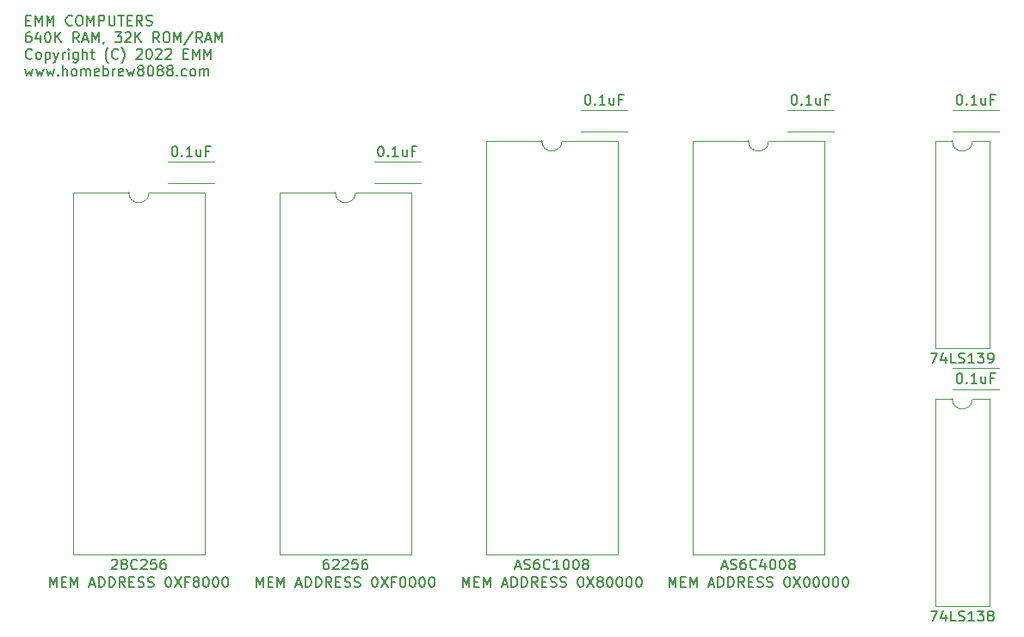
<source format=gbr>
G04 #@! TF.GenerationSoftware,KiCad,Pcbnew,(5.1.8)-1*
G04 #@! TF.CreationDate,2022-04-01T17:24:14-06:00*
G04 #@! TF.ProjectId,640k,3634306b-2e6b-4696-9361-645f70636258,rev?*
G04 #@! TF.SameCoordinates,Original*
G04 #@! TF.FileFunction,Legend,Top*
G04 #@! TF.FilePolarity,Positive*
%FSLAX46Y46*%
G04 Gerber Fmt 4.6, Leading zero omitted, Abs format (unit mm)*
G04 Created by KiCad (PCBNEW (5.1.8)-1) date 2022-04-01 17:24:14*
%MOMM*%
%LPD*%
G01*
G04 APERTURE LIST*
%ADD10C,0.150000*%
%ADD11C,0.120000*%
G04 APERTURE END LIST*
D10*
X126334665Y-116504980D02*
X126334665Y-115504980D01*
X126667999Y-116219266D01*
X127001332Y-115504980D01*
X127001332Y-116504980D01*
X127477522Y-115981171D02*
X127810856Y-115981171D01*
X127953713Y-116504980D02*
X127477522Y-116504980D01*
X127477522Y-115504980D01*
X127953713Y-115504980D01*
X128382284Y-116504980D02*
X128382284Y-115504980D01*
X128715618Y-116219266D01*
X129048951Y-115504980D01*
X129048951Y-116504980D01*
X130239427Y-116219266D02*
X130715618Y-116219266D01*
X130144189Y-116504980D02*
X130477522Y-115504980D01*
X130810856Y-116504980D01*
X131144189Y-116504980D02*
X131144189Y-115504980D01*
X131382284Y-115504980D01*
X131525141Y-115552600D01*
X131620380Y-115647838D01*
X131667999Y-115743076D01*
X131715618Y-115933552D01*
X131715618Y-116076409D01*
X131667999Y-116266885D01*
X131620380Y-116362123D01*
X131525141Y-116457361D01*
X131382284Y-116504980D01*
X131144189Y-116504980D01*
X132144189Y-116504980D02*
X132144189Y-115504980D01*
X132382284Y-115504980D01*
X132525141Y-115552600D01*
X132620380Y-115647838D01*
X132667999Y-115743076D01*
X132715618Y-115933552D01*
X132715618Y-116076409D01*
X132667999Y-116266885D01*
X132620380Y-116362123D01*
X132525141Y-116457361D01*
X132382284Y-116504980D01*
X132144189Y-116504980D01*
X133715618Y-116504980D02*
X133382284Y-116028790D01*
X133144189Y-116504980D02*
X133144189Y-115504980D01*
X133525141Y-115504980D01*
X133620380Y-115552600D01*
X133667999Y-115600219D01*
X133715618Y-115695457D01*
X133715618Y-115838314D01*
X133667999Y-115933552D01*
X133620380Y-115981171D01*
X133525141Y-116028790D01*
X133144189Y-116028790D01*
X134144189Y-115981171D02*
X134477522Y-115981171D01*
X134620380Y-116504980D02*
X134144189Y-116504980D01*
X134144189Y-115504980D01*
X134620380Y-115504980D01*
X135001332Y-116457361D02*
X135144189Y-116504980D01*
X135382284Y-116504980D01*
X135477522Y-116457361D01*
X135525141Y-116409742D01*
X135572760Y-116314504D01*
X135572760Y-116219266D01*
X135525141Y-116124028D01*
X135477522Y-116076409D01*
X135382284Y-116028790D01*
X135191808Y-115981171D01*
X135096570Y-115933552D01*
X135048951Y-115885933D01*
X135001332Y-115790695D01*
X135001332Y-115695457D01*
X135048951Y-115600219D01*
X135096570Y-115552600D01*
X135191808Y-115504980D01*
X135429903Y-115504980D01*
X135572760Y-115552600D01*
X135953713Y-116457361D02*
X136096570Y-116504980D01*
X136334665Y-116504980D01*
X136429903Y-116457361D01*
X136477522Y-116409742D01*
X136525141Y-116314504D01*
X136525141Y-116219266D01*
X136477522Y-116124028D01*
X136429903Y-116076409D01*
X136334665Y-116028790D01*
X136144189Y-115981171D01*
X136048951Y-115933552D01*
X136001332Y-115885933D01*
X135953713Y-115790695D01*
X135953713Y-115695457D01*
X136001332Y-115600219D01*
X136048951Y-115552600D01*
X136144189Y-115504980D01*
X136382284Y-115504980D01*
X136525141Y-115552600D01*
X137906094Y-115504980D02*
X138001332Y-115504980D01*
X138096570Y-115552600D01*
X138144189Y-115600219D01*
X138191808Y-115695457D01*
X138239427Y-115885933D01*
X138239427Y-116124028D01*
X138191808Y-116314504D01*
X138144189Y-116409742D01*
X138096570Y-116457361D01*
X138001332Y-116504980D01*
X137906094Y-116504980D01*
X137810856Y-116457361D01*
X137763237Y-116409742D01*
X137715618Y-116314504D01*
X137667999Y-116124028D01*
X137667999Y-115885933D01*
X137715618Y-115695457D01*
X137763237Y-115600219D01*
X137810856Y-115552600D01*
X137906094Y-115504980D01*
X138572760Y-115504980D02*
X139239427Y-116504980D01*
X139239427Y-115504980D02*
X138572760Y-116504980D01*
X139763237Y-115933552D02*
X139667999Y-115885933D01*
X139620380Y-115838314D01*
X139572760Y-115743076D01*
X139572760Y-115695457D01*
X139620380Y-115600219D01*
X139667999Y-115552600D01*
X139763237Y-115504980D01*
X139953713Y-115504980D01*
X140048951Y-115552600D01*
X140096570Y-115600219D01*
X140144189Y-115695457D01*
X140144189Y-115743076D01*
X140096570Y-115838314D01*
X140048951Y-115885933D01*
X139953713Y-115933552D01*
X139763237Y-115933552D01*
X139667999Y-115981171D01*
X139620380Y-116028790D01*
X139572760Y-116124028D01*
X139572760Y-116314504D01*
X139620380Y-116409742D01*
X139667999Y-116457361D01*
X139763237Y-116504980D01*
X139953713Y-116504980D01*
X140048951Y-116457361D01*
X140096570Y-116409742D01*
X140144189Y-116314504D01*
X140144189Y-116124028D01*
X140096570Y-116028790D01*
X140048951Y-115981171D01*
X139953713Y-115933552D01*
X140763237Y-115504980D02*
X140858475Y-115504980D01*
X140953713Y-115552600D01*
X141001332Y-115600219D01*
X141048951Y-115695457D01*
X141096570Y-115885933D01*
X141096570Y-116124028D01*
X141048951Y-116314504D01*
X141001332Y-116409742D01*
X140953713Y-116457361D01*
X140858475Y-116504980D01*
X140763237Y-116504980D01*
X140667999Y-116457361D01*
X140620380Y-116409742D01*
X140572760Y-116314504D01*
X140525141Y-116124028D01*
X140525141Y-115885933D01*
X140572760Y-115695457D01*
X140620380Y-115600219D01*
X140667999Y-115552600D01*
X140763237Y-115504980D01*
X141715618Y-115504980D02*
X141810856Y-115504980D01*
X141906094Y-115552600D01*
X141953713Y-115600219D01*
X142001332Y-115695457D01*
X142048951Y-115885933D01*
X142048951Y-116124028D01*
X142001332Y-116314504D01*
X141953713Y-116409742D01*
X141906094Y-116457361D01*
X141810856Y-116504980D01*
X141715618Y-116504980D01*
X141620380Y-116457361D01*
X141572760Y-116409742D01*
X141525141Y-116314504D01*
X141477522Y-116124028D01*
X141477522Y-115885933D01*
X141525141Y-115695457D01*
X141572760Y-115600219D01*
X141620380Y-115552600D01*
X141715618Y-115504980D01*
X142667999Y-115504980D02*
X142763237Y-115504980D01*
X142858475Y-115552600D01*
X142906094Y-115600219D01*
X142953713Y-115695457D01*
X143001332Y-115885933D01*
X143001332Y-116124028D01*
X142953713Y-116314504D01*
X142906094Y-116409742D01*
X142858475Y-116457361D01*
X142763237Y-116504980D01*
X142667999Y-116504980D01*
X142572760Y-116457361D01*
X142525141Y-116409742D01*
X142477522Y-116314504D01*
X142429903Y-116124028D01*
X142429903Y-115885933D01*
X142477522Y-115695457D01*
X142525141Y-115600219D01*
X142572760Y-115552600D01*
X142667999Y-115504980D01*
X143620380Y-115504980D02*
X143715618Y-115504980D01*
X143810856Y-115552600D01*
X143858475Y-115600219D01*
X143906094Y-115695457D01*
X143953713Y-115885933D01*
X143953713Y-116124028D01*
X143906094Y-116314504D01*
X143858475Y-116409742D01*
X143810856Y-116457361D01*
X143715618Y-116504980D01*
X143620380Y-116504980D01*
X143525141Y-116457361D01*
X143477522Y-116409742D01*
X143429903Y-116314504D01*
X143382284Y-116124028D01*
X143382284Y-115885933D01*
X143429903Y-115695457D01*
X143477522Y-115600219D01*
X143525141Y-115552600D01*
X143620380Y-115504980D01*
X146654665Y-116504980D02*
X146654665Y-115504980D01*
X146987999Y-116219266D01*
X147321332Y-115504980D01*
X147321332Y-116504980D01*
X147797522Y-115981171D02*
X148130856Y-115981171D01*
X148273713Y-116504980D02*
X147797522Y-116504980D01*
X147797522Y-115504980D01*
X148273713Y-115504980D01*
X148702284Y-116504980D02*
X148702284Y-115504980D01*
X149035618Y-116219266D01*
X149368951Y-115504980D01*
X149368951Y-116504980D01*
X150559427Y-116219266D02*
X151035618Y-116219266D01*
X150464189Y-116504980D02*
X150797522Y-115504980D01*
X151130856Y-116504980D01*
X151464189Y-116504980D02*
X151464189Y-115504980D01*
X151702284Y-115504980D01*
X151845141Y-115552600D01*
X151940380Y-115647838D01*
X151987999Y-115743076D01*
X152035618Y-115933552D01*
X152035618Y-116076409D01*
X151987999Y-116266885D01*
X151940380Y-116362123D01*
X151845141Y-116457361D01*
X151702284Y-116504980D01*
X151464189Y-116504980D01*
X152464189Y-116504980D02*
X152464189Y-115504980D01*
X152702284Y-115504980D01*
X152845141Y-115552600D01*
X152940380Y-115647838D01*
X152987999Y-115743076D01*
X153035618Y-115933552D01*
X153035618Y-116076409D01*
X152987999Y-116266885D01*
X152940380Y-116362123D01*
X152845141Y-116457361D01*
X152702284Y-116504980D01*
X152464189Y-116504980D01*
X154035618Y-116504980D02*
X153702284Y-116028790D01*
X153464189Y-116504980D02*
X153464189Y-115504980D01*
X153845141Y-115504980D01*
X153940380Y-115552600D01*
X153987999Y-115600219D01*
X154035618Y-115695457D01*
X154035618Y-115838314D01*
X153987999Y-115933552D01*
X153940380Y-115981171D01*
X153845141Y-116028790D01*
X153464189Y-116028790D01*
X154464189Y-115981171D02*
X154797522Y-115981171D01*
X154940380Y-116504980D02*
X154464189Y-116504980D01*
X154464189Y-115504980D01*
X154940380Y-115504980D01*
X155321332Y-116457361D02*
X155464189Y-116504980D01*
X155702284Y-116504980D01*
X155797522Y-116457361D01*
X155845141Y-116409742D01*
X155892760Y-116314504D01*
X155892760Y-116219266D01*
X155845141Y-116124028D01*
X155797522Y-116076409D01*
X155702284Y-116028790D01*
X155511808Y-115981171D01*
X155416570Y-115933552D01*
X155368951Y-115885933D01*
X155321332Y-115790695D01*
X155321332Y-115695457D01*
X155368951Y-115600219D01*
X155416570Y-115552600D01*
X155511808Y-115504980D01*
X155749903Y-115504980D01*
X155892760Y-115552600D01*
X156273713Y-116457361D02*
X156416570Y-116504980D01*
X156654665Y-116504980D01*
X156749903Y-116457361D01*
X156797522Y-116409742D01*
X156845141Y-116314504D01*
X156845141Y-116219266D01*
X156797522Y-116124028D01*
X156749903Y-116076409D01*
X156654665Y-116028790D01*
X156464189Y-115981171D01*
X156368951Y-115933552D01*
X156321332Y-115885933D01*
X156273713Y-115790695D01*
X156273713Y-115695457D01*
X156321332Y-115600219D01*
X156368951Y-115552600D01*
X156464189Y-115504980D01*
X156702284Y-115504980D01*
X156845141Y-115552600D01*
X158226094Y-115504980D02*
X158321332Y-115504980D01*
X158416570Y-115552600D01*
X158464189Y-115600219D01*
X158511808Y-115695457D01*
X158559427Y-115885933D01*
X158559427Y-116124028D01*
X158511808Y-116314504D01*
X158464189Y-116409742D01*
X158416570Y-116457361D01*
X158321332Y-116504980D01*
X158226094Y-116504980D01*
X158130856Y-116457361D01*
X158083237Y-116409742D01*
X158035618Y-116314504D01*
X157987999Y-116124028D01*
X157987999Y-115885933D01*
X158035618Y-115695457D01*
X158083237Y-115600219D01*
X158130856Y-115552600D01*
X158226094Y-115504980D01*
X158892760Y-115504980D02*
X159559427Y-116504980D01*
X159559427Y-115504980D02*
X158892760Y-116504980D01*
X160130856Y-115504980D02*
X160226094Y-115504980D01*
X160321332Y-115552600D01*
X160368951Y-115600219D01*
X160416570Y-115695457D01*
X160464189Y-115885933D01*
X160464189Y-116124028D01*
X160416570Y-116314504D01*
X160368951Y-116409742D01*
X160321332Y-116457361D01*
X160226094Y-116504980D01*
X160130856Y-116504980D01*
X160035618Y-116457361D01*
X159987999Y-116409742D01*
X159940380Y-116314504D01*
X159892760Y-116124028D01*
X159892760Y-115885933D01*
X159940380Y-115695457D01*
X159987999Y-115600219D01*
X160035618Y-115552600D01*
X160130856Y-115504980D01*
X161083237Y-115504980D02*
X161178475Y-115504980D01*
X161273713Y-115552600D01*
X161321332Y-115600219D01*
X161368951Y-115695457D01*
X161416570Y-115885933D01*
X161416570Y-116124028D01*
X161368951Y-116314504D01*
X161321332Y-116409742D01*
X161273713Y-116457361D01*
X161178475Y-116504980D01*
X161083237Y-116504980D01*
X160987999Y-116457361D01*
X160940380Y-116409742D01*
X160892760Y-116314504D01*
X160845141Y-116124028D01*
X160845141Y-115885933D01*
X160892760Y-115695457D01*
X160940380Y-115600219D01*
X160987999Y-115552600D01*
X161083237Y-115504980D01*
X162035618Y-115504980D02*
X162130856Y-115504980D01*
X162226094Y-115552600D01*
X162273713Y-115600219D01*
X162321332Y-115695457D01*
X162368951Y-115885933D01*
X162368951Y-116124028D01*
X162321332Y-116314504D01*
X162273713Y-116409742D01*
X162226094Y-116457361D01*
X162130856Y-116504980D01*
X162035618Y-116504980D01*
X161940380Y-116457361D01*
X161892760Y-116409742D01*
X161845141Y-116314504D01*
X161797522Y-116124028D01*
X161797522Y-115885933D01*
X161845141Y-115695457D01*
X161892760Y-115600219D01*
X161940380Y-115552600D01*
X162035618Y-115504980D01*
X162987999Y-115504980D02*
X163083237Y-115504980D01*
X163178475Y-115552600D01*
X163226094Y-115600219D01*
X163273713Y-115695457D01*
X163321332Y-115885933D01*
X163321332Y-116124028D01*
X163273713Y-116314504D01*
X163226094Y-116409742D01*
X163178475Y-116457361D01*
X163083237Y-116504980D01*
X162987999Y-116504980D01*
X162892760Y-116457361D01*
X162845141Y-116409742D01*
X162797522Y-116314504D01*
X162749903Y-116124028D01*
X162749903Y-115885933D01*
X162797522Y-115695457D01*
X162845141Y-115600219D01*
X162892760Y-115552600D01*
X162987999Y-115504980D01*
X163940380Y-115504980D02*
X164035618Y-115504980D01*
X164130856Y-115552600D01*
X164178475Y-115600219D01*
X164226094Y-115695457D01*
X164273713Y-115885933D01*
X164273713Y-116124028D01*
X164226094Y-116314504D01*
X164178475Y-116409742D01*
X164130856Y-116457361D01*
X164035618Y-116504980D01*
X163940380Y-116504980D01*
X163845141Y-116457361D01*
X163797522Y-116409742D01*
X163749903Y-116314504D01*
X163702284Y-116124028D01*
X163702284Y-115885933D01*
X163749903Y-115695457D01*
X163797522Y-115600219D01*
X163845141Y-115552600D01*
X163940380Y-115504980D01*
X106062284Y-116504980D02*
X106062284Y-115504980D01*
X106395618Y-116219266D01*
X106728951Y-115504980D01*
X106728951Y-116504980D01*
X107205141Y-115981171D02*
X107538475Y-115981171D01*
X107681332Y-116504980D02*
X107205141Y-116504980D01*
X107205141Y-115504980D01*
X107681332Y-115504980D01*
X108109903Y-116504980D02*
X108109903Y-115504980D01*
X108443237Y-116219266D01*
X108776570Y-115504980D01*
X108776570Y-116504980D01*
X109967046Y-116219266D02*
X110443237Y-116219266D01*
X109871808Y-116504980D02*
X110205141Y-115504980D01*
X110538475Y-116504980D01*
X110871808Y-116504980D02*
X110871808Y-115504980D01*
X111109903Y-115504980D01*
X111252760Y-115552600D01*
X111347999Y-115647838D01*
X111395618Y-115743076D01*
X111443237Y-115933552D01*
X111443237Y-116076409D01*
X111395618Y-116266885D01*
X111347999Y-116362123D01*
X111252760Y-116457361D01*
X111109903Y-116504980D01*
X110871808Y-116504980D01*
X111871808Y-116504980D02*
X111871808Y-115504980D01*
X112109903Y-115504980D01*
X112252760Y-115552600D01*
X112347999Y-115647838D01*
X112395618Y-115743076D01*
X112443237Y-115933552D01*
X112443237Y-116076409D01*
X112395618Y-116266885D01*
X112347999Y-116362123D01*
X112252760Y-116457361D01*
X112109903Y-116504980D01*
X111871808Y-116504980D01*
X113443237Y-116504980D02*
X113109903Y-116028790D01*
X112871808Y-116504980D02*
X112871808Y-115504980D01*
X113252760Y-115504980D01*
X113347999Y-115552600D01*
X113395618Y-115600219D01*
X113443237Y-115695457D01*
X113443237Y-115838314D01*
X113395618Y-115933552D01*
X113347999Y-115981171D01*
X113252760Y-116028790D01*
X112871808Y-116028790D01*
X113871808Y-115981171D02*
X114205141Y-115981171D01*
X114347999Y-116504980D02*
X113871808Y-116504980D01*
X113871808Y-115504980D01*
X114347999Y-115504980D01*
X114728951Y-116457361D02*
X114871808Y-116504980D01*
X115109903Y-116504980D01*
X115205141Y-116457361D01*
X115252760Y-116409742D01*
X115300380Y-116314504D01*
X115300380Y-116219266D01*
X115252760Y-116124028D01*
X115205141Y-116076409D01*
X115109903Y-116028790D01*
X114919427Y-115981171D01*
X114824189Y-115933552D01*
X114776570Y-115885933D01*
X114728951Y-115790695D01*
X114728951Y-115695457D01*
X114776570Y-115600219D01*
X114824189Y-115552600D01*
X114919427Y-115504980D01*
X115157522Y-115504980D01*
X115300380Y-115552600D01*
X115681332Y-116457361D02*
X115824189Y-116504980D01*
X116062284Y-116504980D01*
X116157522Y-116457361D01*
X116205141Y-116409742D01*
X116252760Y-116314504D01*
X116252760Y-116219266D01*
X116205141Y-116124028D01*
X116157522Y-116076409D01*
X116062284Y-116028790D01*
X115871808Y-115981171D01*
X115776570Y-115933552D01*
X115728951Y-115885933D01*
X115681332Y-115790695D01*
X115681332Y-115695457D01*
X115728951Y-115600219D01*
X115776570Y-115552600D01*
X115871808Y-115504980D01*
X116109903Y-115504980D01*
X116252760Y-115552600D01*
X117633713Y-115504980D02*
X117728951Y-115504980D01*
X117824189Y-115552600D01*
X117871808Y-115600219D01*
X117919427Y-115695457D01*
X117967046Y-115885933D01*
X117967046Y-116124028D01*
X117919427Y-116314504D01*
X117871808Y-116409742D01*
X117824189Y-116457361D01*
X117728951Y-116504980D01*
X117633713Y-116504980D01*
X117538475Y-116457361D01*
X117490856Y-116409742D01*
X117443237Y-116314504D01*
X117395618Y-116124028D01*
X117395618Y-115885933D01*
X117443237Y-115695457D01*
X117490856Y-115600219D01*
X117538475Y-115552600D01*
X117633713Y-115504980D01*
X118300380Y-115504980D02*
X118967046Y-116504980D01*
X118967046Y-115504980D02*
X118300380Y-116504980D01*
X119681332Y-115981171D02*
X119347999Y-115981171D01*
X119347999Y-116504980D02*
X119347999Y-115504980D01*
X119824189Y-115504980D01*
X120395618Y-115504980D02*
X120490856Y-115504980D01*
X120586094Y-115552600D01*
X120633713Y-115600219D01*
X120681332Y-115695457D01*
X120728951Y-115885933D01*
X120728951Y-116124028D01*
X120681332Y-116314504D01*
X120633713Y-116409742D01*
X120586094Y-116457361D01*
X120490856Y-116504980D01*
X120395618Y-116504980D01*
X120300380Y-116457361D01*
X120252760Y-116409742D01*
X120205141Y-116314504D01*
X120157522Y-116124028D01*
X120157522Y-115885933D01*
X120205141Y-115695457D01*
X120252760Y-115600219D01*
X120300380Y-115552600D01*
X120395618Y-115504980D01*
X121347999Y-115504980D02*
X121443237Y-115504980D01*
X121538475Y-115552600D01*
X121586094Y-115600219D01*
X121633713Y-115695457D01*
X121681332Y-115885933D01*
X121681332Y-116124028D01*
X121633713Y-116314504D01*
X121586094Y-116409742D01*
X121538475Y-116457361D01*
X121443237Y-116504980D01*
X121347999Y-116504980D01*
X121252760Y-116457361D01*
X121205141Y-116409742D01*
X121157522Y-116314504D01*
X121109903Y-116124028D01*
X121109903Y-115885933D01*
X121157522Y-115695457D01*
X121205141Y-115600219D01*
X121252760Y-115552600D01*
X121347999Y-115504980D01*
X122300380Y-115504980D02*
X122395618Y-115504980D01*
X122490856Y-115552600D01*
X122538475Y-115600219D01*
X122586094Y-115695457D01*
X122633713Y-115885933D01*
X122633713Y-116124028D01*
X122586094Y-116314504D01*
X122538475Y-116409742D01*
X122490856Y-116457361D01*
X122395618Y-116504980D01*
X122300380Y-116504980D01*
X122205141Y-116457361D01*
X122157522Y-116409742D01*
X122109903Y-116314504D01*
X122062284Y-116124028D01*
X122062284Y-115885933D01*
X122109903Y-115695457D01*
X122157522Y-115600219D01*
X122205141Y-115552600D01*
X122300380Y-115504980D01*
X123252760Y-115504980D02*
X123347999Y-115504980D01*
X123443237Y-115552600D01*
X123490856Y-115600219D01*
X123538475Y-115695457D01*
X123586094Y-115885933D01*
X123586094Y-116124028D01*
X123538475Y-116314504D01*
X123490856Y-116409742D01*
X123443237Y-116457361D01*
X123347999Y-116504980D01*
X123252760Y-116504980D01*
X123157522Y-116457361D01*
X123109903Y-116409742D01*
X123062284Y-116314504D01*
X123014665Y-116124028D01*
X123014665Y-115885933D01*
X123062284Y-115695457D01*
X123109903Y-115600219D01*
X123157522Y-115552600D01*
X123252760Y-115504980D01*
X85742284Y-116504980D02*
X85742284Y-115504980D01*
X86075618Y-116219266D01*
X86408951Y-115504980D01*
X86408951Y-116504980D01*
X86885141Y-115981171D02*
X87218475Y-115981171D01*
X87361332Y-116504980D02*
X86885141Y-116504980D01*
X86885141Y-115504980D01*
X87361332Y-115504980D01*
X87789903Y-116504980D02*
X87789903Y-115504980D01*
X88123237Y-116219266D01*
X88456570Y-115504980D01*
X88456570Y-116504980D01*
X89647046Y-116219266D02*
X90123237Y-116219266D01*
X89551808Y-116504980D02*
X89885141Y-115504980D01*
X90218475Y-116504980D01*
X90551808Y-116504980D02*
X90551808Y-115504980D01*
X90789903Y-115504980D01*
X90932760Y-115552600D01*
X91027999Y-115647838D01*
X91075618Y-115743076D01*
X91123237Y-115933552D01*
X91123237Y-116076409D01*
X91075618Y-116266885D01*
X91027999Y-116362123D01*
X90932760Y-116457361D01*
X90789903Y-116504980D01*
X90551808Y-116504980D01*
X91551808Y-116504980D02*
X91551808Y-115504980D01*
X91789903Y-115504980D01*
X91932760Y-115552600D01*
X92027999Y-115647838D01*
X92075618Y-115743076D01*
X92123237Y-115933552D01*
X92123237Y-116076409D01*
X92075618Y-116266885D01*
X92027999Y-116362123D01*
X91932760Y-116457361D01*
X91789903Y-116504980D01*
X91551808Y-116504980D01*
X93123237Y-116504980D02*
X92789903Y-116028790D01*
X92551808Y-116504980D02*
X92551808Y-115504980D01*
X92932760Y-115504980D01*
X93027999Y-115552600D01*
X93075618Y-115600219D01*
X93123237Y-115695457D01*
X93123237Y-115838314D01*
X93075618Y-115933552D01*
X93027999Y-115981171D01*
X92932760Y-116028790D01*
X92551808Y-116028790D01*
X93551808Y-115981171D02*
X93885141Y-115981171D01*
X94027999Y-116504980D02*
X93551808Y-116504980D01*
X93551808Y-115504980D01*
X94027999Y-115504980D01*
X94408951Y-116457361D02*
X94551808Y-116504980D01*
X94789903Y-116504980D01*
X94885141Y-116457361D01*
X94932760Y-116409742D01*
X94980380Y-116314504D01*
X94980380Y-116219266D01*
X94932760Y-116124028D01*
X94885141Y-116076409D01*
X94789903Y-116028790D01*
X94599427Y-115981171D01*
X94504189Y-115933552D01*
X94456570Y-115885933D01*
X94408951Y-115790695D01*
X94408951Y-115695457D01*
X94456570Y-115600219D01*
X94504189Y-115552600D01*
X94599427Y-115504980D01*
X94837522Y-115504980D01*
X94980380Y-115552600D01*
X95361332Y-116457361D02*
X95504189Y-116504980D01*
X95742284Y-116504980D01*
X95837522Y-116457361D01*
X95885141Y-116409742D01*
X95932760Y-116314504D01*
X95932760Y-116219266D01*
X95885141Y-116124028D01*
X95837522Y-116076409D01*
X95742284Y-116028790D01*
X95551808Y-115981171D01*
X95456570Y-115933552D01*
X95408951Y-115885933D01*
X95361332Y-115790695D01*
X95361332Y-115695457D01*
X95408951Y-115600219D01*
X95456570Y-115552600D01*
X95551808Y-115504980D01*
X95789903Y-115504980D01*
X95932760Y-115552600D01*
X97313713Y-115504980D02*
X97408951Y-115504980D01*
X97504189Y-115552600D01*
X97551808Y-115600219D01*
X97599427Y-115695457D01*
X97647046Y-115885933D01*
X97647046Y-116124028D01*
X97599427Y-116314504D01*
X97551808Y-116409742D01*
X97504189Y-116457361D01*
X97408951Y-116504980D01*
X97313713Y-116504980D01*
X97218475Y-116457361D01*
X97170856Y-116409742D01*
X97123237Y-116314504D01*
X97075618Y-116124028D01*
X97075618Y-115885933D01*
X97123237Y-115695457D01*
X97170856Y-115600219D01*
X97218475Y-115552600D01*
X97313713Y-115504980D01*
X97980380Y-115504980D02*
X98647046Y-116504980D01*
X98647046Y-115504980D02*
X97980380Y-116504980D01*
X99361332Y-115981171D02*
X99027999Y-115981171D01*
X99027999Y-116504980D02*
X99027999Y-115504980D01*
X99504189Y-115504980D01*
X100027999Y-115933552D02*
X99932760Y-115885933D01*
X99885141Y-115838314D01*
X99837522Y-115743076D01*
X99837522Y-115695457D01*
X99885141Y-115600219D01*
X99932760Y-115552600D01*
X100027999Y-115504980D01*
X100218475Y-115504980D01*
X100313713Y-115552600D01*
X100361332Y-115600219D01*
X100408951Y-115695457D01*
X100408951Y-115743076D01*
X100361332Y-115838314D01*
X100313713Y-115885933D01*
X100218475Y-115933552D01*
X100027999Y-115933552D01*
X99932760Y-115981171D01*
X99885141Y-116028790D01*
X99837522Y-116124028D01*
X99837522Y-116314504D01*
X99885141Y-116409742D01*
X99932760Y-116457361D01*
X100027999Y-116504980D01*
X100218475Y-116504980D01*
X100313713Y-116457361D01*
X100361332Y-116409742D01*
X100408951Y-116314504D01*
X100408951Y-116124028D01*
X100361332Y-116028790D01*
X100313713Y-115981171D01*
X100218475Y-115933552D01*
X101027999Y-115504980D02*
X101123237Y-115504980D01*
X101218475Y-115552600D01*
X101266094Y-115600219D01*
X101313713Y-115695457D01*
X101361332Y-115885933D01*
X101361332Y-116124028D01*
X101313713Y-116314504D01*
X101266094Y-116409742D01*
X101218475Y-116457361D01*
X101123237Y-116504980D01*
X101027999Y-116504980D01*
X100932760Y-116457361D01*
X100885141Y-116409742D01*
X100837522Y-116314504D01*
X100789903Y-116124028D01*
X100789903Y-115885933D01*
X100837522Y-115695457D01*
X100885141Y-115600219D01*
X100932760Y-115552600D01*
X101027999Y-115504980D01*
X101980380Y-115504980D02*
X102075618Y-115504980D01*
X102170856Y-115552600D01*
X102218475Y-115600219D01*
X102266094Y-115695457D01*
X102313713Y-115885933D01*
X102313713Y-116124028D01*
X102266094Y-116314504D01*
X102218475Y-116409742D01*
X102170856Y-116457361D01*
X102075618Y-116504980D01*
X101980380Y-116504980D01*
X101885141Y-116457361D01*
X101837522Y-116409742D01*
X101789903Y-116314504D01*
X101742284Y-116124028D01*
X101742284Y-115885933D01*
X101789903Y-115695457D01*
X101837522Y-115600219D01*
X101885141Y-115552600D01*
X101980380Y-115504980D01*
X102932760Y-115504980D02*
X103027999Y-115504980D01*
X103123237Y-115552600D01*
X103170856Y-115600219D01*
X103218475Y-115695457D01*
X103266094Y-115885933D01*
X103266094Y-116124028D01*
X103218475Y-116314504D01*
X103170856Y-116409742D01*
X103123237Y-116457361D01*
X103027999Y-116504980D01*
X102932760Y-116504980D01*
X102837522Y-116457361D01*
X102789903Y-116409742D01*
X102742284Y-116314504D01*
X102694665Y-116124028D01*
X102694665Y-115885933D01*
X102742284Y-115695457D01*
X102789903Y-115600219D01*
X102837522Y-115552600D01*
X102932760Y-115504980D01*
X83385975Y-60674171D02*
X83719308Y-60674171D01*
X83862165Y-61197980D02*
X83385975Y-61197980D01*
X83385975Y-60197980D01*
X83862165Y-60197980D01*
X84290737Y-61197980D02*
X84290737Y-60197980D01*
X84624070Y-60912266D01*
X84957403Y-60197980D01*
X84957403Y-61197980D01*
X85433594Y-61197980D02*
X85433594Y-60197980D01*
X85766927Y-60912266D01*
X86100260Y-60197980D01*
X86100260Y-61197980D01*
X87909784Y-61102742D02*
X87862165Y-61150361D01*
X87719308Y-61197980D01*
X87624070Y-61197980D01*
X87481213Y-61150361D01*
X87385975Y-61055123D01*
X87338356Y-60959885D01*
X87290737Y-60769409D01*
X87290737Y-60626552D01*
X87338356Y-60436076D01*
X87385975Y-60340838D01*
X87481213Y-60245600D01*
X87624070Y-60197980D01*
X87719308Y-60197980D01*
X87862165Y-60245600D01*
X87909784Y-60293219D01*
X88528832Y-60197980D02*
X88719308Y-60197980D01*
X88814546Y-60245600D01*
X88909784Y-60340838D01*
X88957403Y-60531314D01*
X88957403Y-60864647D01*
X88909784Y-61055123D01*
X88814546Y-61150361D01*
X88719308Y-61197980D01*
X88528832Y-61197980D01*
X88433594Y-61150361D01*
X88338356Y-61055123D01*
X88290737Y-60864647D01*
X88290737Y-60531314D01*
X88338356Y-60340838D01*
X88433594Y-60245600D01*
X88528832Y-60197980D01*
X89385975Y-61197980D02*
X89385975Y-60197980D01*
X89719308Y-60912266D01*
X90052641Y-60197980D01*
X90052641Y-61197980D01*
X90528832Y-61197980D02*
X90528832Y-60197980D01*
X90909784Y-60197980D01*
X91005022Y-60245600D01*
X91052641Y-60293219D01*
X91100260Y-60388457D01*
X91100260Y-60531314D01*
X91052641Y-60626552D01*
X91005022Y-60674171D01*
X90909784Y-60721790D01*
X90528832Y-60721790D01*
X91528832Y-60197980D02*
X91528832Y-61007504D01*
X91576451Y-61102742D01*
X91624070Y-61150361D01*
X91719308Y-61197980D01*
X91909784Y-61197980D01*
X92005022Y-61150361D01*
X92052641Y-61102742D01*
X92100260Y-61007504D01*
X92100260Y-60197980D01*
X92433594Y-60197980D02*
X93005022Y-60197980D01*
X92719308Y-61197980D02*
X92719308Y-60197980D01*
X93338356Y-60674171D02*
X93671689Y-60674171D01*
X93814546Y-61197980D02*
X93338356Y-61197980D01*
X93338356Y-60197980D01*
X93814546Y-60197980D01*
X94814546Y-61197980D02*
X94481213Y-60721790D01*
X94243118Y-61197980D02*
X94243118Y-60197980D01*
X94624070Y-60197980D01*
X94719308Y-60245600D01*
X94766927Y-60293219D01*
X94814546Y-60388457D01*
X94814546Y-60531314D01*
X94766927Y-60626552D01*
X94719308Y-60674171D01*
X94624070Y-60721790D01*
X94243118Y-60721790D01*
X95195499Y-61150361D02*
X95338356Y-61197980D01*
X95576451Y-61197980D01*
X95671689Y-61150361D01*
X95719308Y-61102742D01*
X95766927Y-61007504D01*
X95766927Y-60912266D01*
X95719308Y-60817028D01*
X95671689Y-60769409D01*
X95576451Y-60721790D01*
X95385975Y-60674171D01*
X95290737Y-60626552D01*
X95243118Y-60578933D01*
X95195499Y-60483695D01*
X95195499Y-60388457D01*
X95243118Y-60293219D01*
X95290737Y-60245600D01*
X95385975Y-60197980D01*
X95624070Y-60197980D01*
X95766927Y-60245600D01*
X83814546Y-61847980D02*
X83624070Y-61847980D01*
X83528832Y-61895600D01*
X83481213Y-61943219D01*
X83385975Y-62086076D01*
X83338356Y-62276552D01*
X83338356Y-62657504D01*
X83385975Y-62752742D01*
X83433594Y-62800361D01*
X83528832Y-62847980D01*
X83719308Y-62847980D01*
X83814546Y-62800361D01*
X83862165Y-62752742D01*
X83909784Y-62657504D01*
X83909784Y-62419409D01*
X83862165Y-62324171D01*
X83814546Y-62276552D01*
X83719308Y-62228933D01*
X83528832Y-62228933D01*
X83433594Y-62276552D01*
X83385975Y-62324171D01*
X83338356Y-62419409D01*
X84766927Y-62181314D02*
X84766927Y-62847980D01*
X84528832Y-61800361D02*
X84290737Y-62514647D01*
X84909784Y-62514647D01*
X85481213Y-61847980D02*
X85576451Y-61847980D01*
X85671689Y-61895600D01*
X85719308Y-61943219D01*
X85766927Y-62038457D01*
X85814546Y-62228933D01*
X85814546Y-62467028D01*
X85766927Y-62657504D01*
X85719308Y-62752742D01*
X85671689Y-62800361D01*
X85576451Y-62847980D01*
X85481213Y-62847980D01*
X85385975Y-62800361D01*
X85338356Y-62752742D01*
X85290737Y-62657504D01*
X85243118Y-62467028D01*
X85243118Y-62228933D01*
X85290737Y-62038457D01*
X85338356Y-61943219D01*
X85385975Y-61895600D01*
X85481213Y-61847980D01*
X86243118Y-62847980D02*
X86243118Y-61847980D01*
X86814546Y-62847980D02*
X86385975Y-62276552D01*
X86814546Y-61847980D02*
X86243118Y-62419409D01*
X88576451Y-62847980D02*
X88243118Y-62371790D01*
X88005022Y-62847980D02*
X88005022Y-61847980D01*
X88385975Y-61847980D01*
X88481213Y-61895600D01*
X88528832Y-61943219D01*
X88576451Y-62038457D01*
X88576451Y-62181314D01*
X88528832Y-62276552D01*
X88481213Y-62324171D01*
X88385975Y-62371790D01*
X88005022Y-62371790D01*
X88957403Y-62562266D02*
X89433594Y-62562266D01*
X88862165Y-62847980D02*
X89195499Y-61847980D01*
X89528832Y-62847980D01*
X89862165Y-62847980D02*
X89862165Y-61847980D01*
X90195499Y-62562266D01*
X90528832Y-61847980D01*
X90528832Y-62847980D01*
X91052641Y-62800361D02*
X91052641Y-62847980D01*
X91005022Y-62943219D01*
X90957403Y-62990838D01*
X92147880Y-61847980D02*
X92766927Y-61847980D01*
X92433594Y-62228933D01*
X92576451Y-62228933D01*
X92671689Y-62276552D01*
X92719308Y-62324171D01*
X92766927Y-62419409D01*
X92766927Y-62657504D01*
X92719308Y-62752742D01*
X92671689Y-62800361D01*
X92576451Y-62847980D01*
X92290737Y-62847980D01*
X92195499Y-62800361D01*
X92147880Y-62752742D01*
X93147880Y-61943219D02*
X93195499Y-61895600D01*
X93290737Y-61847980D01*
X93528832Y-61847980D01*
X93624070Y-61895600D01*
X93671689Y-61943219D01*
X93719308Y-62038457D01*
X93719308Y-62133695D01*
X93671689Y-62276552D01*
X93100260Y-62847980D01*
X93719308Y-62847980D01*
X94147880Y-62847980D02*
X94147880Y-61847980D01*
X94719308Y-62847980D02*
X94290737Y-62276552D01*
X94719308Y-61847980D02*
X94147880Y-62419409D01*
X96481213Y-62847980D02*
X96147880Y-62371790D01*
X95909784Y-62847980D02*
X95909784Y-61847980D01*
X96290737Y-61847980D01*
X96385975Y-61895600D01*
X96433594Y-61943219D01*
X96481213Y-62038457D01*
X96481213Y-62181314D01*
X96433594Y-62276552D01*
X96385975Y-62324171D01*
X96290737Y-62371790D01*
X95909784Y-62371790D01*
X97100260Y-61847980D02*
X97290737Y-61847980D01*
X97385975Y-61895600D01*
X97481213Y-61990838D01*
X97528832Y-62181314D01*
X97528832Y-62514647D01*
X97481213Y-62705123D01*
X97385975Y-62800361D01*
X97290737Y-62847980D01*
X97100260Y-62847980D01*
X97005022Y-62800361D01*
X96909784Y-62705123D01*
X96862165Y-62514647D01*
X96862165Y-62181314D01*
X96909784Y-61990838D01*
X97005022Y-61895600D01*
X97100260Y-61847980D01*
X97957403Y-62847980D02*
X97957403Y-61847980D01*
X98290737Y-62562266D01*
X98624070Y-61847980D01*
X98624070Y-62847980D01*
X99814546Y-61800361D02*
X98957403Y-63086076D01*
X100719308Y-62847980D02*
X100385975Y-62371790D01*
X100147880Y-62847980D02*
X100147880Y-61847980D01*
X100528832Y-61847980D01*
X100624070Y-61895600D01*
X100671689Y-61943219D01*
X100719308Y-62038457D01*
X100719308Y-62181314D01*
X100671689Y-62276552D01*
X100624070Y-62324171D01*
X100528832Y-62371790D01*
X100147880Y-62371790D01*
X101100260Y-62562266D02*
X101576451Y-62562266D01*
X101005022Y-62847980D02*
X101338356Y-61847980D01*
X101671689Y-62847980D01*
X102005022Y-62847980D02*
X102005022Y-61847980D01*
X102338356Y-62562266D01*
X102671689Y-61847980D01*
X102671689Y-62847980D01*
X83957403Y-64402742D02*
X83909784Y-64450361D01*
X83766927Y-64497980D01*
X83671689Y-64497980D01*
X83528832Y-64450361D01*
X83433594Y-64355123D01*
X83385975Y-64259885D01*
X83338356Y-64069409D01*
X83338356Y-63926552D01*
X83385975Y-63736076D01*
X83433594Y-63640838D01*
X83528832Y-63545600D01*
X83671689Y-63497980D01*
X83766927Y-63497980D01*
X83909784Y-63545600D01*
X83957403Y-63593219D01*
X84528832Y-64497980D02*
X84433594Y-64450361D01*
X84385975Y-64402742D01*
X84338356Y-64307504D01*
X84338356Y-64021790D01*
X84385975Y-63926552D01*
X84433594Y-63878933D01*
X84528832Y-63831314D01*
X84671689Y-63831314D01*
X84766927Y-63878933D01*
X84814546Y-63926552D01*
X84862165Y-64021790D01*
X84862165Y-64307504D01*
X84814546Y-64402742D01*
X84766927Y-64450361D01*
X84671689Y-64497980D01*
X84528832Y-64497980D01*
X85290737Y-63831314D02*
X85290737Y-64831314D01*
X85290737Y-63878933D02*
X85385975Y-63831314D01*
X85576451Y-63831314D01*
X85671689Y-63878933D01*
X85719308Y-63926552D01*
X85766927Y-64021790D01*
X85766927Y-64307504D01*
X85719308Y-64402742D01*
X85671689Y-64450361D01*
X85576451Y-64497980D01*
X85385975Y-64497980D01*
X85290737Y-64450361D01*
X86100260Y-63831314D02*
X86338356Y-64497980D01*
X86576451Y-63831314D02*
X86338356Y-64497980D01*
X86243118Y-64736076D01*
X86195499Y-64783695D01*
X86100260Y-64831314D01*
X86957403Y-64497980D02*
X86957403Y-63831314D01*
X86957403Y-64021790D02*
X87005022Y-63926552D01*
X87052641Y-63878933D01*
X87147880Y-63831314D01*
X87243118Y-63831314D01*
X87576451Y-64497980D02*
X87576451Y-63831314D01*
X87576451Y-63497980D02*
X87528832Y-63545600D01*
X87576451Y-63593219D01*
X87624070Y-63545600D01*
X87576451Y-63497980D01*
X87576451Y-63593219D01*
X88481213Y-63831314D02*
X88481213Y-64640838D01*
X88433594Y-64736076D01*
X88385975Y-64783695D01*
X88290737Y-64831314D01*
X88147880Y-64831314D01*
X88052641Y-64783695D01*
X88481213Y-64450361D02*
X88385975Y-64497980D01*
X88195499Y-64497980D01*
X88100260Y-64450361D01*
X88052641Y-64402742D01*
X88005022Y-64307504D01*
X88005022Y-64021790D01*
X88052641Y-63926552D01*
X88100260Y-63878933D01*
X88195499Y-63831314D01*
X88385975Y-63831314D01*
X88481213Y-63878933D01*
X88957403Y-64497980D02*
X88957403Y-63497980D01*
X89385975Y-64497980D02*
X89385975Y-63974171D01*
X89338356Y-63878933D01*
X89243118Y-63831314D01*
X89100260Y-63831314D01*
X89005022Y-63878933D01*
X88957403Y-63926552D01*
X89719308Y-63831314D02*
X90100260Y-63831314D01*
X89862165Y-63497980D02*
X89862165Y-64355123D01*
X89909784Y-64450361D01*
X90005022Y-64497980D01*
X90100260Y-64497980D01*
X91481213Y-64878933D02*
X91433594Y-64831314D01*
X91338356Y-64688457D01*
X91290737Y-64593219D01*
X91243118Y-64450361D01*
X91195499Y-64212266D01*
X91195499Y-64021790D01*
X91243118Y-63783695D01*
X91290737Y-63640838D01*
X91338356Y-63545600D01*
X91433594Y-63402742D01*
X91481213Y-63355123D01*
X92433594Y-64402742D02*
X92385975Y-64450361D01*
X92243118Y-64497980D01*
X92147880Y-64497980D01*
X92005022Y-64450361D01*
X91909784Y-64355123D01*
X91862165Y-64259885D01*
X91814546Y-64069409D01*
X91814546Y-63926552D01*
X91862165Y-63736076D01*
X91909784Y-63640838D01*
X92005022Y-63545600D01*
X92147880Y-63497980D01*
X92243118Y-63497980D01*
X92385975Y-63545600D01*
X92433594Y-63593219D01*
X92766927Y-64878933D02*
X92814546Y-64831314D01*
X92909784Y-64688457D01*
X92957403Y-64593219D01*
X93005022Y-64450361D01*
X93052641Y-64212266D01*
X93052641Y-64021790D01*
X93005022Y-63783695D01*
X92957403Y-63640838D01*
X92909784Y-63545600D01*
X92814546Y-63402742D01*
X92766927Y-63355123D01*
X94243118Y-63593219D02*
X94290737Y-63545600D01*
X94385975Y-63497980D01*
X94624070Y-63497980D01*
X94719308Y-63545600D01*
X94766927Y-63593219D01*
X94814546Y-63688457D01*
X94814546Y-63783695D01*
X94766927Y-63926552D01*
X94195499Y-64497980D01*
X94814546Y-64497980D01*
X95433594Y-63497980D02*
X95528832Y-63497980D01*
X95624070Y-63545600D01*
X95671689Y-63593219D01*
X95719308Y-63688457D01*
X95766927Y-63878933D01*
X95766927Y-64117028D01*
X95719308Y-64307504D01*
X95671689Y-64402742D01*
X95624070Y-64450361D01*
X95528832Y-64497980D01*
X95433594Y-64497980D01*
X95338356Y-64450361D01*
X95290737Y-64402742D01*
X95243118Y-64307504D01*
X95195499Y-64117028D01*
X95195499Y-63878933D01*
X95243118Y-63688457D01*
X95290737Y-63593219D01*
X95338356Y-63545600D01*
X95433594Y-63497980D01*
X96147880Y-63593219D02*
X96195499Y-63545600D01*
X96290737Y-63497980D01*
X96528832Y-63497980D01*
X96624070Y-63545600D01*
X96671689Y-63593219D01*
X96719308Y-63688457D01*
X96719308Y-63783695D01*
X96671689Y-63926552D01*
X96100260Y-64497980D01*
X96719308Y-64497980D01*
X97100260Y-63593219D02*
X97147880Y-63545600D01*
X97243118Y-63497980D01*
X97481213Y-63497980D01*
X97576451Y-63545600D01*
X97624070Y-63593219D01*
X97671689Y-63688457D01*
X97671689Y-63783695D01*
X97624070Y-63926552D01*
X97052641Y-64497980D01*
X97671689Y-64497980D01*
X98862165Y-63974171D02*
X99195499Y-63974171D01*
X99338356Y-64497980D02*
X98862165Y-64497980D01*
X98862165Y-63497980D01*
X99338356Y-63497980D01*
X99766927Y-64497980D02*
X99766927Y-63497980D01*
X100100260Y-64212266D01*
X100433594Y-63497980D01*
X100433594Y-64497980D01*
X100909784Y-64497980D02*
X100909784Y-63497980D01*
X101243118Y-64212266D01*
X101576451Y-63497980D01*
X101576451Y-64497980D01*
X83290737Y-65481314D02*
X83481213Y-66147980D01*
X83671689Y-65671790D01*
X83862165Y-66147980D01*
X84052641Y-65481314D01*
X84338356Y-65481314D02*
X84528832Y-66147980D01*
X84719308Y-65671790D01*
X84909784Y-66147980D01*
X85100260Y-65481314D01*
X85385975Y-65481314D02*
X85576451Y-66147980D01*
X85766927Y-65671790D01*
X85957403Y-66147980D01*
X86147880Y-65481314D01*
X86528832Y-66052742D02*
X86576451Y-66100361D01*
X86528832Y-66147980D01*
X86481213Y-66100361D01*
X86528832Y-66052742D01*
X86528832Y-66147980D01*
X87005022Y-66147980D02*
X87005022Y-65147980D01*
X87433594Y-66147980D02*
X87433594Y-65624171D01*
X87385975Y-65528933D01*
X87290737Y-65481314D01*
X87147880Y-65481314D01*
X87052641Y-65528933D01*
X87005022Y-65576552D01*
X88052641Y-66147980D02*
X87957403Y-66100361D01*
X87909784Y-66052742D01*
X87862165Y-65957504D01*
X87862165Y-65671790D01*
X87909784Y-65576552D01*
X87957403Y-65528933D01*
X88052641Y-65481314D01*
X88195499Y-65481314D01*
X88290737Y-65528933D01*
X88338356Y-65576552D01*
X88385975Y-65671790D01*
X88385975Y-65957504D01*
X88338356Y-66052742D01*
X88290737Y-66100361D01*
X88195499Y-66147980D01*
X88052641Y-66147980D01*
X88814546Y-66147980D02*
X88814546Y-65481314D01*
X88814546Y-65576552D02*
X88862165Y-65528933D01*
X88957403Y-65481314D01*
X89100260Y-65481314D01*
X89195499Y-65528933D01*
X89243118Y-65624171D01*
X89243118Y-66147980D01*
X89243118Y-65624171D02*
X89290737Y-65528933D01*
X89385975Y-65481314D01*
X89528832Y-65481314D01*
X89624070Y-65528933D01*
X89671689Y-65624171D01*
X89671689Y-66147980D01*
X90528832Y-66100361D02*
X90433594Y-66147980D01*
X90243118Y-66147980D01*
X90147880Y-66100361D01*
X90100260Y-66005123D01*
X90100260Y-65624171D01*
X90147880Y-65528933D01*
X90243118Y-65481314D01*
X90433594Y-65481314D01*
X90528832Y-65528933D01*
X90576451Y-65624171D01*
X90576451Y-65719409D01*
X90100260Y-65814647D01*
X91005022Y-66147980D02*
X91005022Y-65147980D01*
X91005022Y-65528933D02*
X91100260Y-65481314D01*
X91290737Y-65481314D01*
X91385975Y-65528933D01*
X91433594Y-65576552D01*
X91481213Y-65671790D01*
X91481213Y-65957504D01*
X91433594Y-66052742D01*
X91385975Y-66100361D01*
X91290737Y-66147980D01*
X91100260Y-66147980D01*
X91005022Y-66100361D01*
X91909784Y-66147980D02*
X91909784Y-65481314D01*
X91909784Y-65671790D02*
X91957403Y-65576552D01*
X92005022Y-65528933D01*
X92100260Y-65481314D01*
X92195499Y-65481314D01*
X92909784Y-66100361D02*
X92814546Y-66147980D01*
X92624070Y-66147980D01*
X92528832Y-66100361D01*
X92481213Y-66005123D01*
X92481213Y-65624171D01*
X92528832Y-65528933D01*
X92624070Y-65481314D01*
X92814546Y-65481314D01*
X92909784Y-65528933D01*
X92957403Y-65624171D01*
X92957403Y-65719409D01*
X92481213Y-65814647D01*
X93290737Y-65481314D02*
X93481213Y-66147980D01*
X93671689Y-65671790D01*
X93862165Y-66147980D01*
X94052641Y-65481314D01*
X94576451Y-65576552D02*
X94481213Y-65528933D01*
X94433594Y-65481314D01*
X94385975Y-65386076D01*
X94385975Y-65338457D01*
X94433594Y-65243219D01*
X94481213Y-65195600D01*
X94576451Y-65147980D01*
X94766927Y-65147980D01*
X94862165Y-65195600D01*
X94909784Y-65243219D01*
X94957403Y-65338457D01*
X94957403Y-65386076D01*
X94909784Y-65481314D01*
X94862165Y-65528933D01*
X94766927Y-65576552D01*
X94576451Y-65576552D01*
X94481213Y-65624171D01*
X94433594Y-65671790D01*
X94385975Y-65767028D01*
X94385975Y-65957504D01*
X94433594Y-66052742D01*
X94481213Y-66100361D01*
X94576451Y-66147980D01*
X94766927Y-66147980D01*
X94862165Y-66100361D01*
X94909784Y-66052742D01*
X94957403Y-65957504D01*
X94957403Y-65767028D01*
X94909784Y-65671790D01*
X94862165Y-65624171D01*
X94766927Y-65576552D01*
X95576451Y-65147980D02*
X95671689Y-65147980D01*
X95766927Y-65195600D01*
X95814546Y-65243219D01*
X95862165Y-65338457D01*
X95909784Y-65528933D01*
X95909784Y-65767028D01*
X95862165Y-65957504D01*
X95814546Y-66052742D01*
X95766927Y-66100361D01*
X95671689Y-66147980D01*
X95576451Y-66147980D01*
X95481213Y-66100361D01*
X95433594Y-66052742D01*
X95385975Y-65957504D01*
X95338356Y-65767028D01*
X95338356Y-65528933D01*
X95385975Y-65338457D01*
X95433594Y-65243219D01*
X95481213Y-65195600D01*
X95576451Y-65147980D01*
X96481213Y-65576552D02*
X96385975Y-65528933D01*
X96338356Y-65481314D01*
X96290737Y-65386076D01*
X96290737Y-65338457D01*
X96338356Y-65243219D01*
X96385975Y-65195600D01*
X96481213Y-65147980D01*
X96671689Y-65147980D01*
X96766927Y-65195600D01*
X96814546Y-65243219D01*
X96862165Y-65338457D01*
X96862165Y-65386076D01*
X96814546Y-65481314D01*
X96766927Y-65528933D01*
X96671689Y-65576552D01*
X96481213Y-65576552D01*
X96385975Y-65624171D01*
X96338356Y-65671790D01*
X96290737Y-65767028D01*
X96290737Y-65957504D01*
X96338356Y-66052742D01*
X96385975Y-66100361D01*
X96481213Y-66147980D01*
X96671689Y-66147980D01*
X96766927Y-66100361D01*
X96814546Y-66052742D01*
X96862165Y-65957504D01*
X96862165Y-65767028D01*
X96814546Y-65671790D01*
X96766927Y-65624171D01*
X96671689Y-65576552D01*
X97433594Y-65576552D02*
X97338356Y-65528933D01*
X97290737Y-65481314D01*
X97243118Y-65386076D01*
X97243118Y-65338457D01*
X97290737Y-65243219D01*
X97338356Y-65195600D01*
X97433594Y-65147980D01*
X97624070Y-65147980D01*
X97719308Y-65195600D01*
X97766927Y-65243219D01*
X97814546Y-65338457D01*
X97814546Y-65386076D01*
X97766927Y-65481314D01*
X97719308Y-65528933D01*
X97624070Y-65576552D01*
X97433594Y-65576552D01*
X97338356Y-65624171D01*
X97290737Y-65671790D01*
X97243118Y-65767028D01*
X97243118Y-65957504D01*
X97290737Y-66052742D01*
X97338356Y-66100361D01*
X97433594Y-66147980D01*
X97624070Y-66147980D01*
X97719308Y-66100361D01*
X97766927Y-66052742D01*
X97814546Y-65957504D01*
X97814546Y-65767028D01*
X97766927Y-65671790D01*
X97719308Y-65624171D01*
X97624070Y-65576552D01*
X98243118Y-66052742D02*
X98290737Y-66100361D01*
X98243118Y-66147980D01*
X98195499Y-66100361D01*
X98243118Y-66052742D01*
X98243118Y-66147980D01*
X99147880Y-66100361D02*
X99052641Y-66147980D01*
X98862165Y-66147980D01*
X98766927Y-66100361D01*
X98719308Y-66052742D01*
X98671689Y-65957504D01*
X98671689Y-65671790D01*
X98719308Y-65576552D01*
X98766927Y-65528933D01*
X98862165Y-65481314D01*
X99052641Y-65481314D01*
X99147880Y-65528933D01*
X99719308Y-66147980D02*
X99624070Y-66100361D01*
X99576451Y-66052742D01*
X99528832Y-65957504D01*
X99528832Y-65671790D01*
X99576451Y-65576552D01*
X99624070Y-65528933D01*
X99719308Y-65481314D01*
X99862165Y-65481314D01*
X99957403Y-65528933D01*
X100005022Y-65576552D01*
X100052641Y-65671790D01*
X100052641Y-65957504D01*
X100005022Y-66052742D01*
X99957403Y-66100361D01*
X99862165Y-66147980D01*
X99719308Y-66147980D01*
X100481213Y-66147980D02*
X100481213Y-65481314D01*
X100481213Y-65576552D02*
X100528832Y-65528933D01*
X100624070Y-65481314D01*
X100766927Y-65481314D01*
X100862165Y-65528933D01*
X100909784Y-65624171D01*
X100909784Y-66147980D01*
X100909784Y-65624171D02*
X100957403Y-65528933D01*
X101052641Y-65481314D01*
X101195499Y-65481314D01*
X101290737Y-65528933D01*
X101338356Y-65624171D01*
X101338356Y-66147980D01*
D11*
G04 #@! TO.C,U6*
X134120380Y-72558600D02*
X128660380Y-72558600D01*
X128660380Y-72558600D02*
X128660380Y-113318600D01*
X128660380Y-113318600D02*
X141580380Y-113318600D01*
X141580380Y-113318600D02*
X141580380Y-72558600D01*
X141580380Y-72558600D02*
X136120380Y-72558600D01*
X136120380Y-72558600D02*
G75*
G02*
X134120380Y-72558600I-1000000J0D01*
G01*
G04 #@! TO.C,U3*
X154440380Y-72558600D02*
X148980380Y-72558600D01*
X148980380Y-72558600D02*
X148980380Y-113318600D01*
X148980380Y-113318600D02*
X161900380Y-113318600D01*
X161900380Y-113318600D02*
X161900380Y-72558600D01*
X161900380Y-72558600D02*
X156440380Y-72558600D01*
X156440380Y-72558600D02*
G75*
G02*
X154440380Y-72558600I-1000000J0D01*
G01*
G04 #@! TO.C,U2*
X93480380Y-77638600D02*
X88020380Y-77638600D01*
X88020380Y-77638600D02*
X88020380Y-113318600D01*
X88020380Y-113318600D02*
X100940380Y-113318600D01*
X100940380Y-113318600D02*
X100940380Y-77638600D01*
X100940380Y-77638600D02*
X95480380Y-77638600D01*
X95480380Y-77638600D02*
G75*
G02*
X93480380Y-77638600I-1000000J0D01*
G01*
G04 #@! TO.C,U1*
X113800380Y-77638600D02*
X108340380Y-77638600D01*
X108340380Y-77638600D02*
X108340380Y-113318600D01*
X108340380Y-113318600D02*
X121260380Y-113318600D01*
X121260380Y-113318600D02*
X121260380Y-77638600D01*
X121260380Y-77638600D02*
X115800380Y-77638600D01*
X115800380Y-77638600D02*
G75*
G02*
X113800380Y-77638600I-1000000J0D01*
G01*
G04 #@! TO.C,C6*
X158290380Y-69516600D02*
X162830380Y-69516600D01*
X158290380Y-71656600D02*
X162830380Y-71656600D01*
X158290380Y-69516600D02*
X158290380Y-69531600D01*
X158290380Y-71641600D02*
X158290380Y-71656600D01*
X162830380Y-69516600D02*
X162830380Y-69531600D01*
X162830380Y-71641600D02*
X162830380Y-71656600D01*
G04 #@! TO.C,C3*
X117650380Y-74596600D02*
X122190380Y-74596600D01*
X117650380Y-76736600D02*
X122190380Y-76736600D01*
X117650380Y-74596600D02*
X117650380Y-74611600D01*
X117650380Y-76721600D02*
X117650380Y-76736600D01*
X122190380Y-74596600D02*
X122190380Y-74611600D01*
X122190380Y-76721600D02*
X122190380Y-76736600D01*
G04 #@! TO.C,C2*
X137970380Y-69516600D02*
X142510380Y-69516600D01*
X137970380Y-71656600D02*
X142510380Y-71656600D01*
X137970380Y-69516600D02*
X137970380Y-69531600D01*
X137970380Y-71641600D02*
X137970380Y-71656600D01*
X142510380Y-69516600D02*
X142510380Y-69531600D01*
X142510380Y-71641600D02*
X142510380Y-71656600D01*
G04 #@! TO.C,C1*
X97330380Y-74596600D02*
X101870380Y-74596600D01*
X97330380Y-76736600D02*
X101870380Y-76736600D01*
X97330380Y-74596600D02*
X97330380Y-74611600D01*
X97330380Y-76721600D02*
X97330380Y-76736600D01*
X101870380Y-74596600D02*
X101870380Y-74611600D01*
X101870380Y-76721600D02*
X101870380Y-76736600D01*
G04 #@! TO.C,U5*
X178156380Y-97958600D02*
X176506380Y-97958600D01*
X178156380Y-118398600D02*
X178156380Y-97958600D01*
X172856380Y-118398600D02*
X178156380Y-118398600D01*
X172856380Y-97958600D02*
X172856380Y-118398600D01*
X174506380Y-97958600D02*
X172856380Y-97958600D01*
X176506380Y-97958600D02*
G75*
G02*
X174506380Y-97958600I-1000000J0D01*
G01*
G04 #@! TO.C,U4*
X178156380Y-72558600D02*
X176506380Y-72558600D01*
X178156380Y-92998600D02*
X178156380Y-72558600D01*
X172856380Y-92998600D02*
X178156380Y-92998600D01*
X172856380Y-72558600D02*
X172856380Y-92998600D01*
X174506380Y-72558600D02*
X172856380Y-72558600D01*
X176506380Y-72558600D02*
G75*
G02*
X174506380Y-72558600I-1000000J0D01*
G01*
G04 #@! TO.C,C5*
X179086380Y-97041600D02*
X179086380Y-97056600D01*
X179086380Y-94916600D02*
X179086380Y-94931600D01*
X174546380Y-97041600D02*
X174546380Y-97056600D01*
X174546380Y-94916600D02*
X174546380Y-94931600D01*
X174546380Y-97056600D02*
X179086380Y-97056600D01*
X174546380Y-94916600D02*
X179086380Y-94916600D01*
G04 #@! TO.C,C4*
X179086380Y-71641600D02*
X179086380Y-71656600D01*
X179086380Y-69516600D02*
X179086380Y-69531600D01*
X174546380Y-71641600D02*
X174546380Y-71656600D01*
X174546380Y-69516600D02*
X174546380Y-69531600D01*
X174546380Y-71656600D02*
X179086380Y-71656600D01*
X174546380Y-69516600D02*
X179086380Y-69516600D01*
G04 #@! TO.C,U6*
D10*
X131525141Y-114485266D02*
X132001332Y-114485266D01*
X131429903Y-114770980D02*
X131763237Y-113770980D01*
X132096570Y-114770980D01*
X132382284Y-114723361D02*
X132525141Y-114770980D01*
X132763237Y-114770980D01*
X132858475Y-114723361D01*
X132906094Y-114675742D01*
X132953713Y-114580504D01*
X132953713Y-114485266D01*
X132906094Y-114390028D01*
X132858475Y-114342409D01*
X132763237Y-114294790D01*
X132572760Y-114247171D01*
X132477522Y-114199552D01*
X132429903Y-114151933D01*
X132382284Y-114056695D01*
X132382284Y-113961457D01*
X132429903Y-113866219D01*
X132477522Y-113818600D01*
X132572760Y-113770980D01*
X132810856Y-113770980D01*
X132953713Y-113818600D01*
X133810856Y-113770980D02*
X133620380Y-113770980D01*
X133525141Y-113818600D01*
X133477522Y-113866219D01*
X133382284Y-114009076D01*
X133334665Y-114199552D01*
X133334665Y-114580504D01*
X133382284Y-114675742D01*
X133429903Y-114723361D01*
X133525141Y-114770980D01*
X133715618Y-114770980D01*
X133810856Y-114723361D01*
X133858475Y-114675742D01*
X133906094Y-114580504D01*
X133906094Y-114342409D01*
X133858475Y-114247171D01*
X133810856Y-114199552D01*
X133715618Y-114151933D01*
X133525141Y-114151933D01*
X133429903Y-114199552D01*
X133382284Y-114247171D01*
X133334665Y-114342409D01*
X134906094Y-114675742D02*
X134858475Y-114723361D01*
X134715618Y-114770980D01*
X134620380Y-114770980D01*
X134477522Y-114723361D01*
X134382284Y-114628123D01*
X134334665Y-114532885D01*
X134287046Y-114342409D01*
X134287046Y-114199552D01*
X134334665Y-114009076D01*
X134382284Y-113913838D01*
X134477522Y-113818600D01*
X134620380Y-113770980D01*
X134715618Y-113770980D01*
X134858475Y-113818600D01*
X134906094Y-113866219D01*
X135858475Y-114770980D02*
X135287046Y-114770980D01*
X135572760Y-114770980D02*
X135572760Y-113770980D01*
X135477522Y-113913838D01*
X135382284Y-114009076D01*
X135287046Y-114056695D01*
X136477522Y-113770980D02*
X136572760Y-113770980D01*
X136667999Y-113818600D01*
X136715618Y-113866219D01*
X136763237Y-113961457D01*
X136810856Y-114151933D01*
X136810856Y-114390028D01*
X136763237Y-114580504D01*
X136715618Y-114675742D01*
X136667999Y-114723361D01*
X136572760Y-114770980D01*
X136477522Y-114770980D01*
X136382284Y-114723361D01*
X136334665Y-114675742D01*
X136287046Y-114580504D01*
X136239427Y-114390028D01*
X136239427Y-114151933D01*
X136287046Y-113961457D01*
X136334665Y-113866219D01*
X136382284Y-113818600D01*
X136477522Y-113770980D01*
X137429903Y-113770980D02*
X137525141Y-113770980D01*
X137620380Y-113818600D01*
X137667999Y-113866219D01*
X137715618Y-113961457D01*
X137763237Y-114151933D01*
X137763237Y-114390028D01*
X137715618Y-114580504D01*
X137667999Y-114675742D01*
X137620380Y-114723361D01*
X137525141Y-114770980D01*
X137429903Y-114770980D01*
X137334665Y-114723361D01*
X137287046Y-114675742D01*
X137239427Y-114580504D01*
X137191808Y-114390028D01*
X137191808Y-114151933D01*
X137239427Y-113961457D01*
X137287046Y-113866219D01*
X137334665Y-113818600D01*
X137429903Y-113770980D01*
X138334665Y-114199552D02*
X138239427Y-114151933D01*
X138191808Y-114104314D01*
X138144189Y-114009076D01*
X138144189Y-113961457D01*
X138191808Y-113866219D01*
X138239427Y-113818600D01*
X138334665Y-113770980D01*
X138525141Y-113770980D01*
X138620380Y-113818600D01*
X138667999Y-113866219D01*
X138715618Y-113961457D01*
X138715618Y-114009076D01*
X138667999Y-114104314D01*
X138620380Y-114151933D01*
X138525141Y-114199552D01*
X138334665Y-114199552D01*
X138239427Y-114247171D01*
X138191808Y-114294790D01*
X138144189Y-114390028D01*
X138144189Y-114580504D01*
X138191808Y-114675742D01*
X138239427Y-114723361D01*
X138334665Y-114770980D01*
X138525141Y-114770980D01*
X138620380Y-114723361D01*
X138667999Y-114675742D01*
X138715618Y-114580504D01*
X138715618Y-114390028D01*
X138667999Y-114294790D01*
X138620380Y-114247171D01*
X138525141Y-114199552D01*
G04 #@! TO.C,U3*
X151845141Y-114485266D02*
X152321332Y-114485266D01*
X151749903Y-114770980D02*
X152083237Y-113770980D01*
X152416570Y-114770980D01*
X152702284Y-114723361D02*
X152845141Y-114770980D01*
X153083237Y-114770980D01*
X153178475Y-114723361D01*
X153226094Y-114675742D01*
X153273713Y-114580504D01*
X153273713Y-114485266D01*
X153226094Y-114390028D01*
X153178475Y-114342409D01*
X153083237Y-114294790D01*
X152892760Y-114247171D01*
X152797522Y-114199552D01*
X152749903Y-114151933D01*
X152702284Y-114056695D01*
X152702284Y-113961457D01*
X152749903Y-113866219D01*
X152797522Y-113818600D01*
X152892760Y-113770980D01*
X153130856Y-113770980D01*
X153273713Y-113818600D01*
X154130856Y-113770980D02*
X153940380Y-113770980D01*
X153845141Y-113818600D01*
X153797522Y-113866219D01*
X153702284Y-114009076D01*
X153654665Y-114199552D01*
X153654665Y-114580504D01*
X153702284Y-114675742D01*
X153749903Y-114723361D01*
X153845141Y-114770980D01*
X154035618Y-114770980D01*
X154130856Y-114723361D01*
X154178475Y-114675742D01*
X154226094Y-114580504D01*
X154226094Y-114342409D01*
X154178475Y-114247171D01*
X154130856Y-114199552D01*
X154035618Y-114151933D01*
X153845141Y-114151933D01*
X153749903Y-114199552D01*
X153702284Y-114247171D01*
X153654665Y-114342409D01*
X155226094Y-114675742D02*
X155178475Y-114723361D01*
X155035618Y-114770980D01*
X154940380Y-114770980D01*
X154797522Y-114723361D01*
X154702284Y-114628123D01*
X154654665Y-114532885D01*
X154607046Y-114342409D01*
X154607046Y-114199552D01*
X154654665Y-114009076D01*
X154702284Y-113913838D01*
X154797522Y-113818600D01*
X154940380Y-113770980D01*
X155035618Y-113770980D01*
X155178475Y-113818600D01*
X155226094Y-113866219D01*
X156083237Y-114104314D02*
X156083237Y-114770980D01*
X155845141Y-113723361D02*
X155607046Y-114437647D01*
X156226094Y-114437647D01*
X156797522Y-113770980D02*
X156892760Y-113770980D01*
X156987999Y-113818600D01*
X157035618Y-113866219D01*
X157083237Y-113961457D01*
X157130856Y-114151933D01*
X157130856Y-114390028D01*
X157083237Y-114580504D01*
X157035618Y-114675742D01*
X156987999Y-114723361D01*
X156892760Y-114770980D01*
X156797522Y-114770980D01*
X156702284Y-114723361D01*
X156654665Y-114675742D01*
X156607046Y-114580504D01*
X156559427Y-114390028D01*
X156559427Y-114151933D01*
X156607046Y-113961457D01*
X156654665Y-113866219D01*
X156702284Y-113818600D01*
X156797522Y-113770980D01*
X157749903Y-113770980D02*
X157845141Y-113770980D01*
X157940380Y-113818600D01*
X157987999Y-113866219D01*
X158035618Y-113961457D01*
X158083237Y-114151933D01*
X158083237Y-114390028D01*
X158035618Y-114580504D01*
X157987999Y-114675742D01*
X157940380Y-114723361D01*
X157845141Y-114770980D01*
X157749903Y-114770980D01*
X157654665Y-114723361D01*
X157607046Y-114675742D01*
X157559427Y-114580504D01*
X157511808Y-114390028D01*
X157511808Y-114151933D01*
X157559427Y-113961457D01*
X157607046Y-113866219D01*
X157654665Y-113818600D01*
X157749903Y-113770980D01*
X158654665Y-114199552D02*
X158559427Y-114151933D01*
X158511808Y-114104314D01*
X158464189Y-114009076D01*
X158464189Y-113961457D01*
X158511808Y-113866219D01*
X158559427Y-113818600D01*
X158654665Y-113770980D01*
X158845141Y-113770980D01*
X158940380Y-113818600D01*
X158987999Y-113866219D01*
X159035618Y-113961457D01*
X159035618Y-114009076D01*
X158987999Y-114104314D01*
X158940380Y-114151933D01*
X158845141Y-114199552D01*
X158654665Y-114199552D01*
X158559427Y-114247171D01*
X158511808Y-114294790D01*
X158464189Y-114390028D01*
X158464189Y-114580504D01*
X158511808Y-114675742D01*
X158559427Y-114723361D01*
X158654665Y-114770980D01*
X158845141Y-114770980D01*
X158940380Y-114723361D01*
X158987999Y-114675742D01*
X159035618Y-114580504D01*
X159035618Y-114390028D01*
X158987999Y-114294790D01*
X158940380Y-114247171D01*
X158845141Y-114199552D01*
G04 #@! TO.C,U2*
X91789903Y-113866219D02*
X91837522Y-113818600D01*
X91932760Y-113770980D01*
X92170856Y-113770980D01*
X92266094Y-113818600D01*
X92313713Y-113866219D01*
X92361332Y-113961457D01*
X92361332Y-114056695D01*
X92313713Y-114199552D01*
X91742284Y-114770980D01*
X92361332Y-114770980D01*
X92932760Y-114199552D02*
X92837522Y-114151933D01*
X92789903Y-114104314D01*
X92742284Y-114009076D01*
X92742284Y-113961457D01*
X92789903Y-113866219D01*
X92837522Y-113818600D01*
X92932760Y-113770980D01*
X93123237Y-113770980D01*
X93218475Y-113818600D01*
X93266094Y-113866219D01*
X93313713Y-113961457D01*
X93313713Y-114009076D01*
X93266094Y-114104314D01*
X93218475Y-114151933D01*
X93123237Y-114199552D01*
X92932760Y-114199552D01*
X92837522Y-114247171D01*
X92789903Y-114294790D01*
X92742284Y-114390028D01*
X92742284Y-114580504D01*
X92789903Y-114675742D01*
X92837522Y-114723361D01*
X92932760Y-114770980D01*
X93123237Y-114770980D01*
X93218475Y-114723361D01*
X93266094Y-114675742D01*
X93313713Y-114580504D01*
X93313713Y-114390028D01*
X93266094Y-114294790D01*
X93218475Y-114247171D01*
X93123237Y-114199552D01*
X94313713Y-114675742D02*
X94266094Y-114723361D01*
X94123237Y-114770980D01*
X94027999Y-114770980D01*
X93885141Y-114723361D01*
X93789903Y-114628123D01*
X93742284Y-114532885D01*
X93694665Y-114342409D01*
X93694665Y-114199552D01*
X93742284Y-114009076D01*
X93789903Y-113913838D01*
X93885141Y-113818600D01*
X94027999Y-113770980D01*
X94123237Y-113770980D01*
X94266094Y-113818600D01*
X94313713Y-113866219D01*
X94694665Y-113866219D02*
X94742284Y-113818600D01*
X94837522Y-113770980D01*
X95075618Y-113770980D01*
X95170856Y-113818600D01*
X95218475Y-113866219D01*
X95266094Y-113961457D01*
X95266094Y-114056695D01*
X95218475Y-114199552D01*
X94647046Y-114770980D01*
X95266094Y-114770980D01*
X96170856Y-113770980D02*
X95694665Y-113770980D01*
X95647046Y-114247171D01*
X95694665Y-114199552D01*
X95789903Y-114151933D01*
X96027999Y-114151933D01*
X96123237Y-114199552D01*
X96170856Y-114247171D01*
X96218475Y-114342409D01*
X96218475Y-114580504D01*
X96170856Y-114675742D01*
X96123237Y-114723361D01*
X96027999Y-114770980D01*
X95789903Y-114770980D01*
X95694665Y-114723361D01*
X95647046Y-114675742D01*
X97075618Y-113770980D02*
X96885141Y-113770980D01*
X96789903Y-113818600D01*
X96742284Y-113866219D01*
X96647046Y-114009076D01*
X96599427Y-114199552D01*
X96599427Y-114580504D01*
X96647046Y-114675742D01*
X96694665Y-114723361D01*
X96789903Y-114770980D01*
X96980380Y-114770980D01*
X97075618Y-114723361D01*
X97123237Y-114675742D01*
X97170856Y-114580504D01*
X97170856Y-114342409D01*
X97123237Y-114247171D01*
X97075618Y-114199552D01*
X96980380Y-114151933D01*
X96789903Y-114151933D01*
X96694665Y-114199552D01*
X96647046Y-114247171D01*
X96599427Y-114342409D01*
G04 #@! TO.C,U1*
X113086094Y-113770980D02*
X112895618Y-113770980D01*
X112800380Y-113818600D01*
X112752760Y-113866219D01*
X112657522Y-114009076D01*
X112609903Y-114199552D01*
X112609903Y-114580504D01*
X112657522Y-114675742D01*
X112705141Y-114723361D01*
X112800380Y-114770980D01*
X112990856Y-114770980D01*
X113086094Y-114723361D01*
X113133713Y-114675742D01*
X113181332Y-114580504D01*
X113181332Y-114342409D01*
X113133713Y-114247171D01*
X113086094Y-114199552D01*
X112990856Y-114151933D01*
X112800380Y-114151933D01*
X112705141Y-114199552D01*
X112657522Y-114247171D01*
X112609903Y-114342409D01*
X113562284Y-113866219D02*
X113609903Y-113818600D01*
X113705141Y-113770980D01*
X113943237Y-113770980D01*
X114038475Y-113818600D01*
X114086094Y-113866219D01*
X114133713Y-113961457D01*
X114133713Y-114056695D01*
X114086094Y-114199552D01*
X113514665Y-114770980D01*
X114133713Y-114770980D01*
X114514665Y-113866219D02*
X114562284Y-113818600D01*
X114657522Y-113770980D01*
X114895618Y-113770980D01*
X114990856Y-113818600D01*
X115038475Y-113866219D01*
X115086094Y-113961457D01*
X115086094Y-114056695D01*
X115038475Y-114199552D01*
X114467046Y-114770980D01*
X115086094Y-114770980D01*
X115990856Y-113770980D02*
X115514665Y-113770980D01*
X115467046Y-114247171D01*
X115514665Y-114199552D01*
X115609903Y-114151933D01*
X115847999Y-114151933D01*
X115943237Y-114199552D01*
X115990856Y-114247171D01*
X116038475Y-114342409D01*
X116038475Y-114580504D01*
X115990856Y-114675742D01*
X115943237Y-114723361D01*
X115847999Y-114770980D01*
X115609903Y-114770980D01*
X115514665Y-114723361D01*
X115467046Y-114675742D01*
X116895618Y-113770980D02*
X116705141Y-113770980D01*
X116609903Y-113818600D01*
X116562284Y-113866219D01*
X116467046Y-114009076D01*
X116419427Y-114199552D01*
X116419427Y-114580504D01*
X116467046Y-114675742D01*
X116514665Y-114723361D01*
X116609903Y-114770980D01*
X116800380Y-114770980D01*
X116895618Y-114723361D01*
X116943237Y-114675742D01*
X116990856Y-114580504D01*
X116990856Y-114342409D01*
X116943237Y-114247171D01*
X116895618Y-114199552D01*
X116800380Y-114151933D01*
X116609903Y-114151933D01*
X116514665Y-114199552D01*
X116467046Y-114247171D01*
X116419427Y-114342409D01*
G04 #@! TO.C,C6*
X158917522Y-68006980D02*
X159012760Y-68006980D01*
X159107999Y-68054600D01*
X159155618Y-68102219D01*
X159203237Y-68197457D01*
X159250856Y-68387933D01*
X159250856Y-68626028D01*
X159203237Y-68816504D01*
X159155618Y-68911742D01*
X159107999Y-68959361D01*
X159012760Y-69006980D01*
X158917522Y-69006980D01*
X158822284Y-68959361D01*
X158774665Y-68911742D01*
X158727046Y-68816504D01*
X158679427Y-68626028D01*
X158679427Y-68387933D01*
X158727046Y-68197457D01*
X158774665Y-68102219D01*
X158822284Y-68054600D01*
X158917522Y-68006980D01*
X159679427Y-68911742D02*
X159727046Y-68959361D01*
X159679427Y-69006980D01*
X159631808Y-68959361D01*
X159679427Y-68911742D01*
X159679427Y-69006980D01*
X160679427Y-69006980D02*
X160107999Y-69006980D01*
X160393713Y-69006980D02*
X160393713Y-68006980D01*
X160298475Y-68149838D01*
X160203237Y-68245076D01*
X160107999Y-68292695D01*
X161536570Y-68340314D02*
X161536570Y-69006980D01*
X161107999Y-68340314D02*
X161107999Y-68864123D01*
X161155618Y-68959361D01*
X161250856Y-69006980D01*
X161393713Y-69006980D01*
X161488951Y-68959361D01*
X161536570Y-68911742D01*
X162346094Y-68483171D02*
X162012760Y-68483171D01*
X162012760Y-69006980D02*
X162012760Y-68006980D01*
X162488951Y-68006980D01*
G04 #@! TO.C,C3*
X118237522Y-73086980D02*
X118332760Y-73086980D01*
X118427999Y-73134600D01*
X118475618Y-73182219D01*
X118523237Y-73277457D01*
X118570856Y-73467933D01*
X118570856Y-73706028D01*
X118523237Y-73896504D01*
X118475618Y-73991742D01*
X118427999Y-74039361D01*
X118332760Y-74086980D01*
X118237522Y-74086980D01*
X118142284Y-74039361D01*
X118094665Y-73991742D01*
X118047046Y-73896504D01*
X117999427Y-73706028D01*
X117999427Y-73467933D01*
X118047046Y-73277457D01*
X118094665Y-73182219D01*
X118142284Y-73134600D01*
X118237522Y-73086980D01*
X118999427Y-73991742D02*
X119047046Y-74039361D01*
X118999427Y-74086980D01*
X118951808Y-74039361D01*
X118999427Y-73991742D01*
X118999427Y-74086980D01*
X119999427Y-74086980D02*
X119427999Y-74086980D01*
X119713713Y-74086980D02*
X119713713Y-73086980D01*
X119618475Y-73229838D01*
X119523237Y-73325076D01*
X119427999Y-73372695D01*
X120856570Y-73420314D02*
X120856570Y-74086980D01*
X120427999Y-73420314D02*
X120427999Y-73944123D01*
X120475618Y-74039361D01*
X120570856Y-74086980D01*
X120713713Y-74086980D01*
X120808951Y-74039361D01*
X120856570Y-73991742D01*
X121666094Y-73563171D02*
X121332760Y-73563171D01*
X121332760Y-74086980D02*
X121332760Y-73086980D01*
X121808951Y-73086980D01*
G04 #@! TO.C,C2*
X138597522Y-68006980D02*
X138692760Y-68006980D01*
X138787999Y-68054600D01*
X138835618Y-68102219D01*
X138883237Y-68197457D01*
X138930856Y-68387933D01*
X138930856Y-68626028D01*
X138883237Y-68816504D01*
X138835618Y-68911742D01*
X138787999Y-68959361D01*
X138692760Y-69006980D01*
X138597522Y-69006980D01*
X138502284Y-68959361D01*
X138454665Y-68911742D01*
X138407046Y-68816504D01*
X138359427Y-68626028D01*
X138359427Y-68387933D01*
X138407046Y-68197457D01*
X138454665Y-68102219D01*
X138502284Y-68054600D01*
X138597522Y-68006980D01*
X139359427Y-68911742D02*
X139407046Y-68959361D01*
X139359427Y-69006980D01*
X139311808Y-68959361D01*
X139359427Y-68911742D01*
X139359427Y-69006980D01*
X140359427Y-69006980D02*
X139787999Y-69006980D01*
X140073713Y-69006980D02*
X140073713Y-68006980D01*
X139978475Y-68149838D01*
X139883237Y-68245076D01*
X139787999Y-68292695D01*
X141216570Y-68340314D02*
X141216570Y-69006980D01*
X140787999Y-68340314D02*
X140787999Y-68864123D01*
X140835618Y-68959361D01*
X140930856Y-69006980D01*
X141073713Y-69006980D01*
X141168951Y-68959361D01*
X141216570Y-68911742D01*
X142026094Y-68483171D02*
X141692760Y-68483171D01*
X141692760Y-69006980D02*
X141692760Y-68006980D01*
X142168951Y-68006980D01*
G04 #@! TO.C,C1*
X97957522Y-73086980D02*
X98052760Y-73086980D01*
X98147999Y-73134600D01*
X98195618Y-73182219D01*
X98243237Y-73277457D01*
X98290856Y-73467933D01*
X98290856Y-73706028D01*
X98243237Y-73896504D01*
X98195618Y-73991742D01*
X98147999Y-74039361D01*
X98052760Y-74086980D01*
X97957522Y-74086980D01*
X97862284Y-74039361D01*
X97814665Y-73991742D01*
X97767046Y-73896504D01*
X97719427Y-73706028D01*
X97719427Y-73467933D01*
X97767046Y-73277457D01*
X97814665Y-73182219D01*
X97862284Y-73134600D01*
X97957522Y-73086980D01*
X98719427Y-73991742D02*
X98767046Y-74039361D01*
X98719427Y-74086980D01*
X98671808Y-74039361D01*
X98719427Y-73991742D01*
X98719427Y-74086980D01*
X99719427Y-74086980D02*
X99147999Y-74086980D01*
X99433713Y-74086980D02*
X99433713Y-73086980D01*
X99338475Y-73229838D01*
X99243237Y-73325076D01*
X99147999Y-73372695D01*
X100576570Y-73420314D02*
X100576570Y-74086980D01*
X100147999Y-73420314D02*
X100147999Y-73944123D01*
X100195618Y-74039361D01*
X100290856Y-74086980D01*
X100433713Y-74086980D01*
X100528951Y-74039361D01*
X100576570Y-73991742D01*
X101386094Y-73563171D02*
X101052760Y-73563171D01*
X101052760Y-74086980D02*
X101052760Y-73086980D01*
X101528951Y-73086980D01*
G04 #@! TO.C,U5*
X172387332Y-118850980D02*
X173053999Y-118850980D01*
X172625427Y-119850980D01*
X173863522Y-119184314D02*
X173863522Y-119850980D01*
X173625427Y-118803361D02*
X173387332Y-119517647D01*
X174006380Y-119517647D01*
X174863522Y-119850980D02*
X174387332Y-119850980D01*
X174387332Y-118850980D01*
X175149237Y-119803361D02*
X175292094Y-119850980D01*
X175530189Y-119850980D01*
X175625427Y-119803361D01*
X175673046Y-119755742D01*
X175720665Y-119660504D01*
X175720665Y-119565266D01*
X175673046Y-119470028D01*
X175625427Y-119422409D01*
X175530189Y-119374790D01*
X175339713Y-119327171D01*
X175244475Y-119279552D01*
X175196856Y-119231933D01*
X175149237Y-119136695D01*
X175149237Y-119041457D01*
X175196856Y-118946219D01*
X175244475Y-118898600D01*
X175339713Y-118850980D01*
X175577808Y-118850980D01*
X175720665Y-118898600D01*
X176673046Y-119850980D02*
X176101618Y-119850980D01*
X176387332Y-119850980D02*
X176387332Y-118850980D01*
X176292094Y-118993838D01*
X176196856Y-119089076D01*
X176101618Y-119136695D01*
X177006380Y-118850980D02*
X177625427Y-118850980D01*
X177292094Y-119231933D01*
X177434951Y-119231933D01*
X177530189Y-119279552D01*
X177577808Y-119327171D01*
X177625427Y-119422409D01*
X177625427Y-119660504D01*
X177577808Y-119755742D01*
X177530189Y-119803361D01*
X177434951Y-119850980D01*
X177149237Y-119850980D01*
X177053999Y-119803361D01*
X177006380Y-119755742D01*
X178196856Y-119279552D02*
X178101618Y-119231933D01*
X178053999Y-119184314D01*
X178006380Y-119089076D01*
X178006380Y-119041457D01*
X178053999Y-118946219D01*
X178101618Y-118898600D01*
X178196856Y-118850980D01*
X178387332Y-118850980D01*
X178482570Y-118898600D01*
X178530189Y-118946219D01*
X178577808Y-119041457D01*
X178577808Y-119089076D01*
X178530189Y-119184314D01*
X178482570Y-119231933D01*
X178387332Y-119279552D01*
X178196856Y-119279552D01*
X178101618Y-119327171D01*
X178053999Y-119374790D01*
X178006380Y-119470028D01*
X178006380Y-119660504D01*
X178053999Y-119755742D01*
X178101618Y-119803361D01*
X178196856Y-119850980D01*
X178387332Y-119850980D01*
X178482570Y-119803361D01*
X178530189Y-119755742D01*
X178577808Y-119660504D01*
X178577808Y-119470028D01*
X178530189Y-119374790D01*
X178482570Y-119327171D01*
X178387332Y-119279552D01*
G04 #@! TO.C,U4*
X172387332Y-93450980D02*
X173053999Y-93450980D01*
X172625427Y-94450980D01*
X173863522Y-93784314D02*
X173863522Y-94450980D01*
X173625427Y-93403361D02*
X173387332Y-94117647D01*
X174006380Y-94117647D01*
X174863522Y-94450980D02*
X174387332Y-94450980D01*
X174387332Y-93450980D01*
X175149237Y-94403361D02*
X175292094Y-94450980D01*
X175530189Y-94450980D01*
X175625427Y-94403361D01*
X175673046Y-94355742D01*
X175720665Y-94260504D01*
X175720665Y-94165266D01*
X175673046Y-94070028D01*
X175625427Y-94022409D01*
X175530189Y-93974790D01*
X175339713Y-93927171D01*
X175244475Y-93879552D01*
X175196856Y-93831933D01*
X175149237Y-93736695D01*
X175149237Y-93641457D01*
X175196856Y-93546219D01*
X175244475Y-93498600D01*
X175339713Y-93450980D01*
X175577808Y-93450980D01*
X175720665Y-93498600D01*
X176673046Y-94450980D02*
X176101618Y-94450980D01*
X176387332Y-94450980D02*
X176387332Y-93450980D01*
X176292094Y-93593838D01*
X176196856Y-93689076D01*
X176101618Y-93736695D01*
X177006380Y-93450980D02*
X177625427Y-93450980D01*
X177292094Y-93831933D01*
X177434951Y-93831933D01*
X177530189Y-93879552D01*
X177577808Y-93927171D01*
X177625427Y-94022409D01*
X177625427Y-94260504D01*
X177577808Y-94355742D01*
X177530189Y-94403361D01*
X177434951Y-94450980D01*
X177149237Y-94450980D01*
X177053999Y-94403361D01*
X177006380Y-94355742D01*
X178101618Y-94450980D02*
X178292094Y-94450980D01*
X178387332Y-94403361D01*
X178434951Y-94355742D01*
X178530189Y-94212885D01*
X178577808Y-94022409D01*
X178577808Y-93641457D01*
X178530189Y-93546219D01*
X178482570Y-93498600D01*
X178387332Y-93450980D01*
X178196856Y-93450980D01*
X178101618Y-93498600D01*
X178053999Y-93546219D01*
X178006380Y-93641457D01*
X178006380Y-93879552D01*
X178053999Y-93974790D01*
X178101618Y-94022409D01*
X178196856Y-94070028D01*
X178387332Y-94070028D01*
X178482570Y-94022409D01*
X178530189Y-93974790D01*
X178577808Y-93879552D01*
G04 #@! TO.C,C5*
X175173522Y-95438980D02*
X175268760Y-95438980D01*
X175363999Y-95486600D01*
X175411618Y-95534219D01*
X175459237Y-95629457D01*
X175506856Y-95819933D01*
X175506856Y-96058028D01*
X175459237Y-96248504D01*
X175411618Y-96343742D01*
X175363999Y-96391361D01*
X175268760Y-96438980D01*
X175173522Y-96438980D01*
X175078284Y-96391361D01*
X175030665Y-96343742D01*
X174983046Y-96248504D01*
X174935427Y-96058028D01*
X174935427Y-95819933D01*
X174983046Y-95629457D01*
X175030665Y-95534219D01*
X175078284Y-95486600D01*
X175173522Y-95438980D01*
X175935427Y-96343742D02*
X175983046Y-96391361D01*
X175935427Y-96438980D01*
X175887808Y-96391361D01*
X175935427Y-96343742D01*
X175935427Y-96438980D01*
X176935427Y-96438980D02*
X176363999Y-96438980D01*
X176649713Y-96438980D02*
X176649713Y-95438980D01*
X176554475Y-95581838D01*
X176459237Y-95677076D01*
X176363999Y-95724695D01*
X177792570Y-95772314D02*
X177792570Y-96438980D01*
X177363999Y-95772314D02*
X177363999Y-96296123D01*
X177411618Y-96391361D01*
X177506856Y-96438980D01*
X177649713Y-96438980D01*
X177744951Y-96391361D01*
X177792570Y-96343742D01*
X178602094Y-95915171D02*
X178268760Y-95915171D01*
X178268760Y-96438980D02*
X178268760Y-95438980D01*
X178744951Y-95438980D01*
G04 #@! TO.C,C4*
X175173522Y-68006980D02*
X175268760Y-68006980D01*
X175363999Y-68054600D01*
X175411618Y-68102219D01*
X175459237Y-68197457D01*
X175506856Y-68387933D01*
X175506856Y-68626028D01*
X175459237Y-68816504D01*
X175411618Y-68911742D01*
X175363999Y-68959361D01*
X175268760Y-69006980D01*
X175173522Y-69006980D01*
X175078284Y-68959361D01*
X175030665Y-68911742D01*
X174983046Y-68816504D01*
X174935427Y-68626028D01*
X174935427Y-68387933D01*
X174983046Y-68197457D01*
X175030665Y-68102219D01*
X175078284Y-68054600D01*
X175173522Y-68006980D01*
X175935427Y-68911742D02*
X175983046Y-68959361D01*
X175935427Y-69006980D01*
X175887808Y-68959361D01*
X175935427Y-68911742D01*
X175935427Y-69006980D01*
X176935427Y-69006980D02*
X176363999Y-69006980D01*
X176649713Y-69006980D02*
X176649713Y-68006980D01*
X176554475Y-68149838D01*
X176459237Y-68245076D01*
X176363999Y-68292695D01*
X177792570Y-68340314D02*
X177792570Y-69006980D01*
X177363999Y-68340314D02*
X177363999Y-68864123D01*
X177411618Y-68959361D01*
X177506856Y-69006980D01*
X177649713Y-69006980D01*
X177744951Y-68959361D01*
X177792570Y-68911742D01*
X178602094Y-68483171D02*
X178268760Y-68483171D01*
X178268760Y-69006980D02*
X178268760Y-68006980D01*
X178744951Y-68006980D01*
G04 #@! TO.C,*
G04 #@! TD*
M02*

</source>
